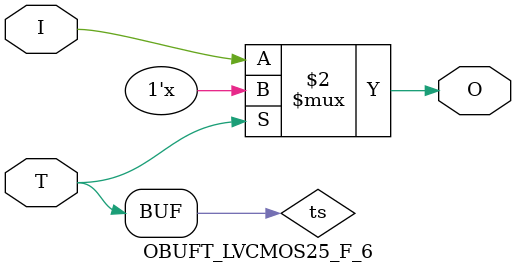
<source format=v>

/*

FUNCTION	: TRI-STATE OUTPUT BUFFER

*/

`celldefine
`timescale  100 ps / 10 ps

module OBUFT_LVCMOS25_F_6 (O, I, T);

    output O;

    input  I, T;

    or O1 (ts, 1'b0, T);
    bufif0 T1 (O, I, ts);

endmodule

</source>
